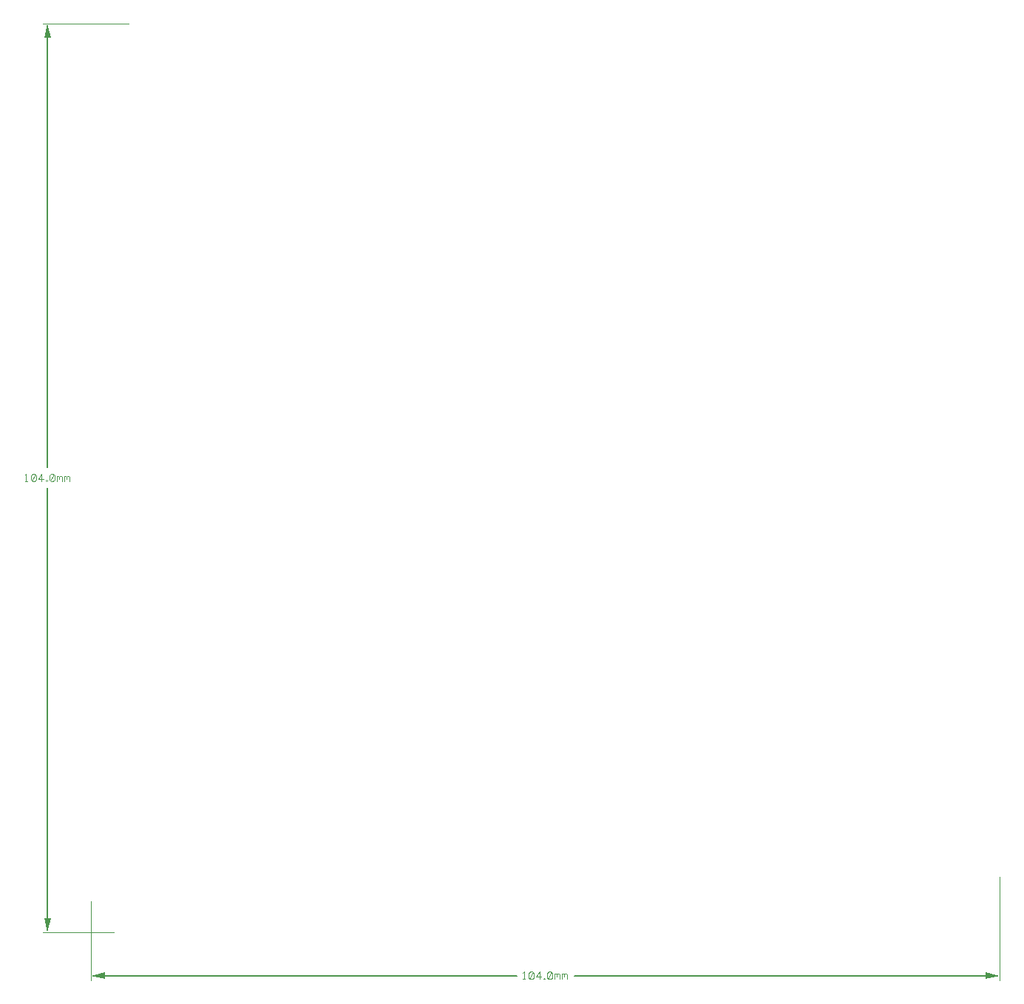
<source format=gbr>
G04 GENERATED BY PULSONIX 7.0 GERBER.DLL 4573*
%INHILLSTAR_80X80_EL_V1_0*%
%LNGERBER_DOCUMENTATION*%
%FSLAX33Y33*%
%IPPOS*%
%LPD*%
%OFA0B0*%
%MOMM*%
%ADD15C,0.125*%
%ADD17C,0.200*%
%ADD281C,0.025*%
%ADD394C,0.001*%
X0Y0D02*
D02*
D15*
X71281Y127458D02*
X71576Y127458D01*
X71429D02*
X71429Y128340D01*
X71281Y128193*
X72058Y127531D02*
X72205Y127458D01*
X72352*
X72499Y127531*
X72573Y127678*
Y128119*
X72499Y128266*
X72352Y128340*
X72205*
X72058Y128266*
X71984Y128119*
Y127678*
X72058Y127531*
X72499Y128266*
X73202Y127458D02*
X73202Y128340D01*
X72834Y127752*
X73423*
X73758Y127458D02*
X73831Y127531D01*
X73758Y127605*
X73684Y127531*
X73758Y127458*
X74145Y127531D02*
X74292Y127458D01*
X74440*
X74587Y127531*
X74660Y127678*
Y128119*
X74587Y128266*
X74440Y128340*
X74292*
X74145Y128266*
X74072Y128119*
Y127678*
X74145Y127531*
X74587Y128266*
X74922Y127458D02*
X74922Y128046D01*
Y127972D02*
X74995Y128046D01*
X75142*
X75216Y127972*
Y127752*
Y127972D02*
X75290Y128046D01*
X75437*
X75510Y127972*
Y127458*
X75772D02*
X75772Y128046D01*
Y127972D02*
X75845Y128046D01*
X75992*
X76066Y127972*
Y127752*
Y127972D02*
X76140Y128046D01*
X76287*
X76360Y127972*
Y127458*
X128281Y70458D02*
X128576Y70458D01*
X128429D02*
X128429Y71340D01*
X128281Y71193*
X129058Y70531D02*
X129205Y70458D01*
X129352*
X129499Y70531*
X129573Y70678*
Y71119*
X129499Y71266*
X129352Y71340*
X129205*
X129058Y71266*
X128984Y71119*
Y70678*
X129058Y70531*
X129499Y71266*
X130202Y70458D02*
X130202Y71340D01*
X129834Y70752*
X130423*
X130758Y70458D02*
X130831Y70531D01*
X130758Y70605*
X130684Y70531*
X130758Y70458*
X131145Y70531D02*
X131292Y70458D01*
X131440*
X131587Y70531*
X131660Y70678*
Y71119*
X131587Y71266*
X131440Y71340*
X131292*
X131145Y71266*
X131072Y71119*
Y70678*
X131145Y70531*
X131587Y71266*
X131922Y70458D02*
X131922Y71046D01*
Y70972D02*
X131995Y71046D01*
X132142*
X132216Y70972*
Y70752*
Y70972D02*
X132290Y71046D01*
X132437*
X132510Y70972*
Y70458*
X132772D02*
X132772Y71046D01*
Y70972D02*
X132845Y71046D01*
X132992*
X133066Y70972*
Y70752*
Y70972D02*
X133140Y71046D01*
X133287*
X133360Y70972*
Y70458*
D02*
D17*
X73878Y76662D02*
Y126675D01*
Y129050D02*
Y179062D01*
X79678Y70862D02*
X127572D01*
X134184D02*
X182078D01*
D02*
D281*
X78878Y79380D02*
Y70362D01*
X81447Y75862D02*
X73378D01*
X83200Y179862D02*
X73378D01*
X182878Y82199D02*
Y70362D01*
D02*
D394*
X73878Y75862D02*
G36*
X73478Y77462D01*
X74278*
X73878Y75862*
G37*
Y179862D02*
G36*
X74278Y178262D01*
X73478*
X73878Y179862*
G37*
X78878Y70862D02*
G36*
X80478Y71262D01*
Y70462*
X78878Y70862*
G37*
X182878D02*
G36*
X181278Y70462D01*
Y71262*
X182878Y70862*
G37*
X0Y0D02*
M02*

</source>
